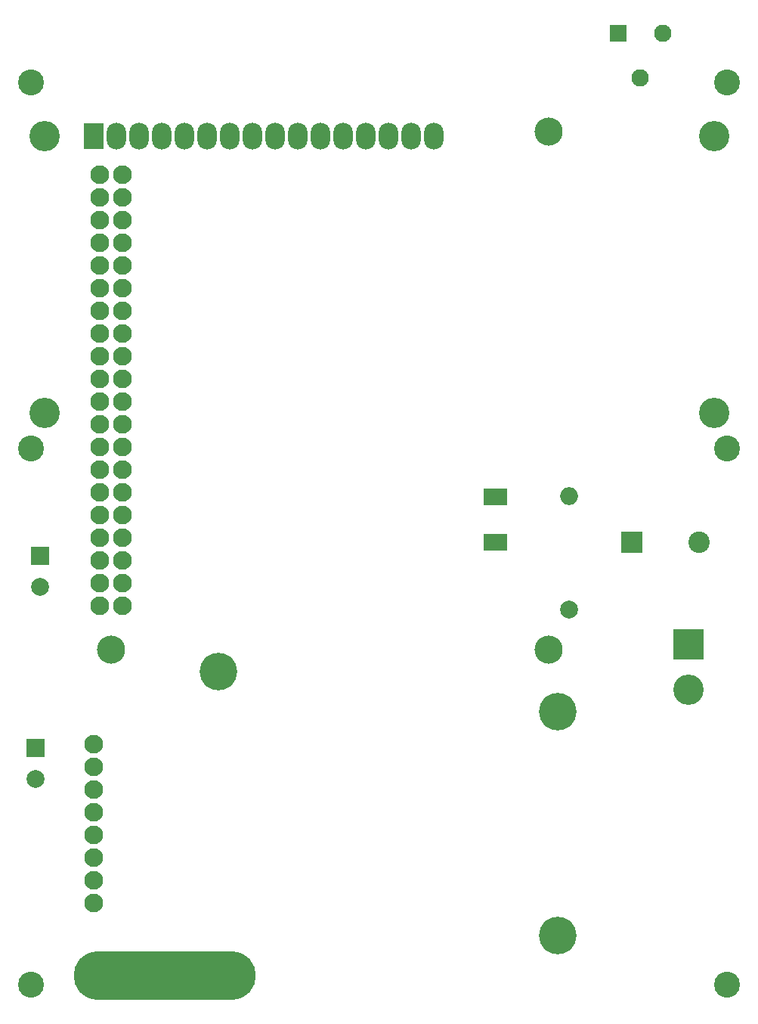
<source format=gbr>
G04 #@! TF.GenerationSoftware,KiCad,Pcbnew,5.1.5-52549c5~84~ubuntu18.04.1*
G04 #@! TF.CreationDate,2020-03-10T09:35:07+09:00*
G04 #@! TF.ProjectId,RFID-RC522_Raspberrypi,52464944-2d52-4433-9532-325f52617370,rev?*
G04 #@! TF.SameCoordinates,Original*
G04 #@! TF.FileFunction,Soldermask,Top*
G04 #@! TF.FilePolarity,Negative*
%FSLAX46Y46*%
G04 Gerber Fmt 4.6, Leading zero omitted, Abs format (unit mm)*
G04 Created by KiCad (PCBNEW 5.1.5-52549c5~84~ubuntu18.04.1) date 2020-03-10 09:35:07*
%MOMM*%
%LPD*%
G04 APERTURE LIST*
%ADD10C,3.150000*%
%ADD11C,2.100000*%
%ADD12C,4.200000*%
%ADD13O,20.400000X5.400000*%
%ADD14C,2.900000*%
%ADD15R,2.400000X2.400000*%
%ADD16C,2.400000*%
%ADD17R,2.000000X2.000000*%
%ADD18C,2.000000*%
%ADD19R,2.200000X3.000000*%
%ADD20O,2.200000X3.000000*%
%ADD21C,3.400000*%
%ADD22R,3.400000X3.400000*%
%ADD23R,1.400000X1.900000*%
%ADD24O,2.000000X2.000000*%
%ADD25C,1.950000*%
%ADD26R,1.950000X1.950000*%
G04 APERTURE END LIST*
D10*
X199000000Y-64500000D03*
X199000000Y-122500000D03*
X150000000Y-122500000D03*
D11*
X148730000Y-69370000D03*
X151270000Y-69370000D03*
X148730000Y-71910000D03*
X151270000Y-71910000D03*
X148730000Y-74450000D03*
X151270000Y-74450000D03*
X148730000Y-76990000D03*
X151270000Y-76990000D03*
X148730000Y-79530000D03*
X151270000Y-79530000D03*
X148730000Y-82070000D03*
X151270000Y-82070000D03*
X148730000Y-84610000D03*
X151270000Y-84610000D03*
X148730000Y-87150000D03*
X151270000Y-87150000D03*
X148730000Y-89690000D03*
X151270000Y-89690000D03*
X148730000Y-92230000D03*
X151270000Y-92230000D03*
X148730000Y-94770000D03*
X151270000Y-94770000D03*
X148730000Y-97310000D03*
X151270000Y-97310000D03*
X148730000Y-99850000D03*
X151270000Y-99850000D03*
X148730000Y-102390000D03*
X151270000Y-102390000D03*
X148730000Y-104930000D03*
X151270000Y-104930000D03*
X148730000Y-107470000D03*
X151270000Y-107470000D03*
X148730000Y-110010000D03*
X151270000Y-110010000D03*
X148730000Y-112550000D03*
X151270000Y-112550000D03*
X148730000Y-115090000D03*
X151270000Y-115090000D03*
X148730000Y-117630000D03*
X151270000Y-117630000D03*
X148000000Y-133110000D03*
X148000000Y-135650000D03*
X148000000Y-138190000D03*
X148000000Y-140730000D03*
X148000000Y-143270000D03*
X148000000Y-145810000D03*
X148000000Y-148350000D03*
X148000000Y-150890000D03*
D12*
X200000000Y-154500000D03*
X200000000Y-129500000D03*
X162000000Y-125000000D03*
X162000000Y-159000000D03*
D13*
X156000000Y-159000000D03*
D14*
X141000000Y-160000000D03*
X219000000Y-160000000D03*
X141000000Y-59000000D03*
X219000000Y-59000000D03*
X141000000Y-100000000D03*
X219000000Y-100000000D03*
D15*
X208280000Y-110490000D03*
D16*
X215880000Y-110490000D03*
D17*
X141500000Y-133500000D03*
D18*
X141500000Y-137000000D03*
D19*
X148000000Y-65000000D03*
D20*
X150540000Y-65000000D03*
X153080000Y-65000000D03*
X155620000Y-65000000D03*
X158160000Y-65000000D03*
X160700000Y-65000000D03*
X163240000Y-65000000D03*
X165780000Y-65000000D03*
X168320000Y-65000000D03*
X170860000Y-65000000D03*
X173400000Y-65000000D03*
X175940000Y-65000000D03*
X178480000Y-65000000D03*
X181020000Y-65000000D03*
X183560000Y-65000000D03*
X186100000Y-65000000D03*
D21*
X142500900Y-65000000D03*
X142500900Y-96000700D03*
X217499480Y-96000700D03*
X217500000Y-65000000D03*
D22*
X214630000Y-121920000D03*
D21*
X214630000Y-127000000D03*
D23*
X193690000Y-110490000D03*
X192390000Y-110490000D03*
X192390000Y-105410000D03*
X193690000Y-105410000D03*
D18*
X201250000Y-118000000D03*
D24*
X201250000Y-105300000D03*
D25*
X211750000Y-53500000D03*
D26*
X206750000Y-53500000D03*
D25*
X209250000Y-58500000D03*
D17*
X142000000Y-112000000D03*
D18*
X142000000Y-115500000D03*
M02*

</source>
